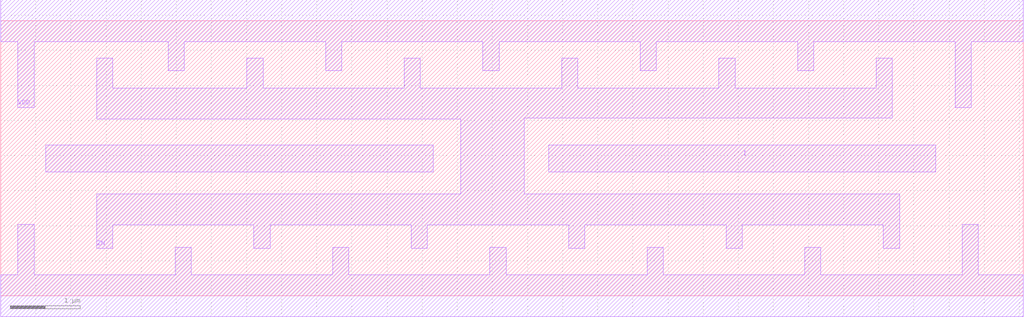
<source format=lef>
# Copyright 2022 GlobalFoundries PDK Authors
#
# Licensed under the Apache License, Version 2.0 (the "License");
# you may not use this file except in compliance with the License.
# You may obtain a copy of the License at
#
#      http://www.apache.org/licenses/LICENSE-2.0
#
# Unless required by applicable law or agreed to in writing, software
# distributed under the License is distributed on an "AS IS" BASIS,
# WITHOUT WARRANTIES OR CONDITIONS OF ANY KIND, either express or implied.
# See the License for the specific language governing permissions and
# limitations under the License.

MACRO gf180mcu_fd_sc_mcu7t5v0__inv_12
  CLASS core ;
  FOREIGN gf180mcu_fd_sc_mcu7t5v0__inv_12 0.0 0.0 ;
  ORIGIN 0 0 ;
  SYMMETRY X Y ;
  SITE GF018hv5v_mcu_sc7 ;
  SIZE 14.56 BY 3.92 ;
  PIN I
    DIRECTION INPUT ;
    ANTENNAGATEAREA 13.224 ;
    PORT
      LAYER Metal1 ;
        POLYGON 0.64 1.765 6.155 1.765 6.155 2.15 0.64 2.15  ;
        POLYGON 7.8 1.765 13.31 1.765 13.31 2.15 7.8 2.15  ;
    END
  END I
  PIN ZN
    DIRECTION OUTPUT ;
    ANTENNADIFFAREA 7.0968 ;
    PORT
      LAYER Metal1 ;
        POLYGON 1.365 2.52 6.55 2.52 6.55 1.45 1.365 1.45 1.365 0.675 1.595 0.675 1.595 1.01 3.605 1.01 3.605 0.675 3.835 0.675 3.835 1.01 5.845 1.01 5.845 0.675 6.075 0.675 6.075 1.01 8.085 1.01 8.085 0.675 8.315 0.675 8.315 1.01 10.325 1.01 10.325 0.675 10.555 0.675 10.555 1.01 12.565 1.01 12.565 0.675 12.795 0.675 12.795 1.45 7.45 1.45 7.45 2.535 12.695 2.535 12.695 3.39 12.465 3.39 12.465 2.96 10.455 2.96 10.455 3.39 10.225 3.39 10.225 2.96 8.215 2.96 8.215 3.39 7.985 3.39 7.985 2.96 5.975 2.96 5.975 3.39 5.745 3.39 5.745 2.96 3.735 2.96 3.735 3.39 3.505 3.39 3.505 2.96 1.595 2.96 1.595 3.39 1.365 3.39  ;
    END
  END ZN
  PIN VDD
    DIRECTION INOUT ;
    USE power ;
    SHAPE ABUTMENT ;
    PORT
      LAYER Metal1 ;
        POLYGON 0 3.62 0.245 3.62 0.245 2.68 0.475 2.68 0.475 3.62 2.385 3.62 2.385 3.21 2.615 3.21 2.615 3.62 4.625 3.62 4.625 3.21 4.855 3.21 4.855 3.62 6.865 3.62 6.865 3.21 7.095 3.21 7.095 3.62 9.105 3.62 9.105 3.21 9.335 3.21 9.335 3.62 11.345 3.62 11.345 3.21 11.575 3.21 11.575 3.62 13.585 3.62 13.585 2.68 13.815 2.68 13.815 3.62 14.56 3.62 14.56 4.22 0 4.22  ;
    END
  END VDD
  PIN VSS
    DIRECTION INOUT ;
    USE ground ;
    SHAPE ABUTMENT ;
    PORT
      LAYER Metal1 ;
        POLYGON 0 -0.3 14.56 -0.3 14.56 0.3 13.915 0.3 13.915 1.015 13.685 1.015 13.685 0.3 11.675 0.3 11.675 0.69 11.445 0.69 11.445 0.3 9.435 0.3 9.435 0.69 9.205 0.69 9.205 0.3 7.195 0.3 7.195 0.69 6.965 0.69 6.965 0.3 4.955 0.3 4.955 0.69 4.725 0.69 4.725 0.3 2.715 0.3 2.715 0.69 2.485 0.69 2.485 0.3 0.475 0.3 0.475 1.015 0.245 1.015 0.245 0.3 0 0.3  ;
    END
  END VSS
END gf180mcu_fd_sc_mcu7t5v0__inv_12

</source>
